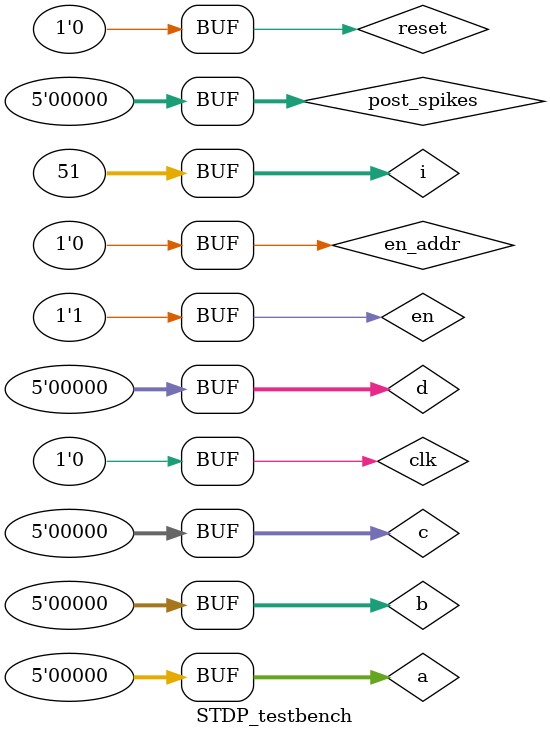
<source format=v>


module STDP_verilog(
	clk,
	reset,
	en,
	en_addr,
	a,
	b,
	c,
	d,
	post_spikes,
	we,
	syn_addr,
	syn_weight
);


input wire	clk;
input wire	reset;
input wire	en;
input wire	en_addr;
input wire	[4:0] a;
input wire	[4:0] b;
input wire	[4:0] c;
input wire	[4:0] d;
input wire	[4:0] post_spikes;
output wire	we;
output wire	[1:0] syn_addr;
output wire	[10:0] syn_weight;

wire	decr;
wire	en_add;
wire	incr;
wire	[4:0] p_spikes;
wire	pre_spikes;
wire	[1:0] selector;
wire	sim;
wire	[4:0] spikes;
wire	post_spike;





addr_cnt	b2v_addr_cnt(
	.clk(clk),
	.reset(reset),
	.en(en),
	.en_addr(en_add),
	.syn_addr(selector));
	defparam	b2v_addr_cnt.SELECOR_DIMENSION = 2;


id_sel	b2v_inst(
	.clk(clk),
	.rst(reset),
	.pre_spike(pre_spikes),
	.post_spike(post_spike),
	.incr(incr),
	.decr(decr),
	.sim(sim));


weight_cnt	b2v_inst8(
	.clk(clk),
	.rst(reset),
	.en(en),
	.incr(incr),
	.decr(decr),
	.sim(sim),
	.syn_addr(selector),
	.we(we),
	.syn_weight(syn_weight));
	defparam	b2v_inst8.N_NEURONS = 4;


mux	b2v_inst9(
	.a(a),
	.b(b),
	.c(c),
	.d(d),
	.selector(selector),
	.mux_out(spikes));


gate	b2v_post_gate(
	.clk(clk),
	.reset(reset),
	.spikes(p_spikes),
	.gate_en(post_spike));
	defparam	b2v_post_gate.DURATION = 5;
	defparam	b2v_post_gate.VECTOR_WIDTH = 5;


gate	b2v_pre_gate(
	.clk(clk),
	.reset(reset),
	.spikes(spikes),
	.gate_en(pre_spikes));
	defparam	b2v_pre_gate.DURATION = 15;
	defparam	b2v_pre_gate.VECTOR_WIDTH = 5;

assign	en_add = en_addr;
assign	syn_addr = selector;
assign	p_spikes = post_spikes;

endmodule

module STDP_testbench();
reg clk, reset, en, en_addr;
reg [4:0] a, b, c, d, post_spikes;

wire	we;
wire	[1:0] syn_addr;
wire	[10:0] syn_weight;
integer i;

STDP_verilog dut (.clk(clk),
						.reset(reset),
						.en(en),
						.en_addr(en_addr),
						.a(a),
						.b(b),
						.c(c),
						.d(d),
						.post_spikes(post_spikes),
						.we(we),
						.syn_addr(syn_addr),
						.syn_weight(syn_weight)
						);

initial begin
	// Initialize Inputs
	clk  = 1'b0;
	en  = 1'b0;
	en_addr  = 1'b0;
	reset = 1'b1;
	a = 5'b00000;
	b = 5'b00000;
	c = 5'b00000;
	d = 5'b00000;
	post_spikes = 5'b00000;
	
	
	#10; //wait 10 nanoseconds 
	reset = 1'b0;
	en  = 1'b1;
	en_addr = 1'b1;
	
	#20
	en_addr = 1'b0;
	
	#20;
	post_spikes = 5'b00100;
	#20;
	post_spikes = 5'b00000;
	#20;
	b = 5'b10000;
	#20;
	b = 5'b00000;
end

// Create a clock that switches every 10 timepoints
initial begin
		clk  = 1'b0;
		for(i = 0; i<=50; i = i+1) begin
			#10 clk = ~clk; 
		end
end
endmodule

</source>
